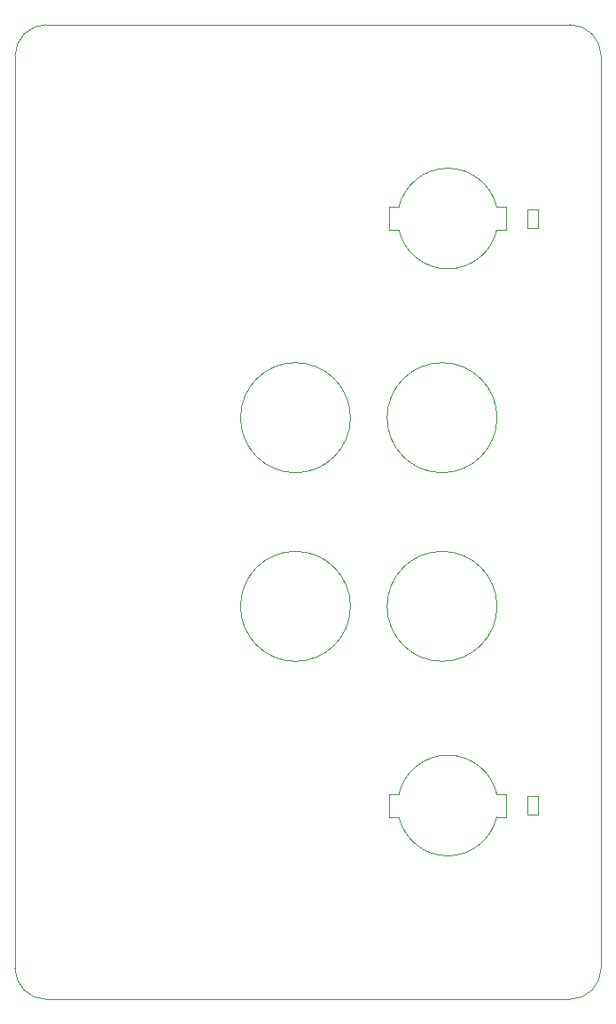
<source format=gbr>
%TF.GenerationSoftware,KiCad,Pcbnew,9.0.5-9.0.5~ubuntu24.04.1*%
%TF.CreationDate,2025-10-22T14:00:52+02:00*%
%TF.ProjectId,misrc_v2.5_front_panel,6d697372-635f-4763-922e-355f66726f6e,rev?*%
%TF.SameCoordinates,Original*%
%TF.FileFunction,Profile,NP*%
%FSLAX46Y46*%
G04 Gerber Fmt 4.6, Leading zero omitted, Abs format (unit mm)*
G04 Created by KiCad (PCBNEW 9.0.5-9.0.5~ubuntu24.04.1) date 2025-10-22 14:00:52*
%MOMM*%
%LPD*%
G01*
G04 APERTURE LIST*
%TA.AperFunction,Profile*%
%ADD10C,0.050000*%
%TD*%
G04 APERTURE END LIST*
D10*
X96022259Y-72599997D02*
X96950000Y-72600000D01*
X103000000Y-53000000D02*
X53000000Y-53000000D01*
X96022259Y-72600000D02*
G75*
G02*
X86677741Y-72600000I-4672259J1100001D01*
G01*
X86677742Y-126400000D02*
X85750000Y-126400000D01*
X86677741Y-72599997D02*
X85750000Y-72600000D01*
X50000000Y-56000000D02*
X50000000Y-143000000D01*
X106000000Y-143000000D02*
X106000000Y-56000000D01*
X98950000Y-126600000D02*
X99950000Y-126600000D01*
X99950000Y-128400000D01*
X98950000Y-128400000D01*
X98950000Y-126600000D01*
X86677741Y-70400000D02*
G75*
G02*
X96022259Y-70400000I4672259J-1100001D01*
G01*
X86677741Y-126400000D02*
G75*
G02*
X96022259Y-126400000I4672259J-1100001D01*
G01*
X96022258Y-128600000D02*
X96950000Y-128600000D01*
X96022259Y-128600000D02*
G75*
G02*
X86677741Y-128600000I-4672259J1092734D01*
G01*
X85750000Y-128600200D02*
X85750000Y-126400000D01*
X82050000Y-108500000D02*
G75*
G02*
X71550000Y-108500000I-5250000J0D01*
G01*
X71550000Y-108500000D02*
G75*
G02*
X82050000Y-108500000I5250000J0D01*
G01*
X96022258Y-70400000D02*
X96950000Y-70400000D01*
X96050000Y-108500000D02*
G75*
G02*
X85550000Y-108500000I-5250000J0D01*
G01*
X85550000Y-108500000D02*
G75*
G02*
X96050000Y-108500000I5250000J0D01*
G01*
X96050000Y-90500000D02*
G75*
G02*
X85550000Y-90500000I-5250000J0D01*
G01*
X85550000Y-90500000D02*
G75*
G02*
X96050000Y-90500000I5250000J0D01*
G01*
X86677742Y-70400000D02*
X85750000Y-70400000D01*
X50000000Y-56000000D02*
G75*
G02*
X53000000Y-53000000I3000000J0D01*
G01*
X86677741Y-128600000D02*
X85750000Y-128600200D01*
X82050000Y-90500000D02*
G75*
G02*
X71550000Y-90500000I-5250000J0D01*
G01*
X71550000Y-90500000D02*
G75*
G02*
X82050000Y-90500000I5250000J0D01*
G01*
X103000000Y-53000000D02*
G75*
G02*
X106000000Y-56000000I0J-3000000D01*
G01*
X106000000Y-143000000D02*
G75*
G02*
X103000000Y-146000000I-3000000J0D01*
G01*
X85750000Y-70400000D02*
X85750000Y-72600000D01*
X96022258Y-126400000D02*
X96950000Y-126400000D01*
X53000000Y-146000000D02*
G75*
G02*
X50000000Y-143000000I0J3000000D01*
G01*
X98950000Y-70600000D02*
X99950000Y-70600000D01*
X99950000Y-72400000D01*
X98950000Y-72400000D01*
X98950000Y-70600000D01*
X96950000Y-70400000D02*
X96950000Y-72600000D01*
X96950000Y-126400000D02*
X96950000Y-128600000D01*
X53000000Y-146000000D02*
X103000000Y-146000000D01*
M02*

</source>
